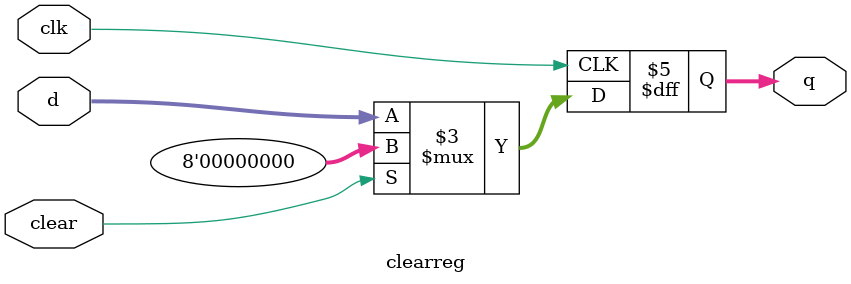
<source format=v>
module adder(input [31:0] a, b,
             output [31:0] y);
  assign y = a+b;
endmodule

// 64bit adder
module adder64(input [63:0] a,b,
		output [63:0] y);
	assign y = a+b;
endmodule



//shift module
module sl2(input [31:0] a,
           output [31:0] y);
  assign y = {a[29:0], 2'b00};
endmodule

module s25l2(input [25:0] a,
	     output [27:0] y);
  assign y = {a[23:0], 2'b00};
endmodule

//shift 16bit
module sl16(input [31:0] a,
           output [31:0] y);
  assign y = {a[15:0],16'b0};// left shift 16
endmodule

module sl2jump(input [25:0] a,
           output [27:0] y);
  assign y = {a, 2'b00};
endmodule

//extention module can choose whether sign extend or zero extend
module extend(input [15:0] a,
		input se_ze,
		output [31:0] immext);
	assign immext = se_ze? {{16{a[15]}}, a}:{16'b0,a};
endmodule


 
//sign extention module
module signext(input [15:0] a,
               output [31:0] y);
  assign y = {{16{a[15]}}, a};
endmodule

//register
module flopr #(parameter WIDTH=8)
              (input clk, reset, enable,
               input [WIDTH-1:0] d,
               output reg [WIDTH-1:0] q);
  always @(posedge clk, posedge reset) begin
    if(enable) begin
      if(reset) q <= 0;
      else      q <= d;
    end
  end
endmodule
//multiplier register
module multreg #(parameter WIDTH=64)
		(input clk, 
		input [WIDTH-1:0] a,
		output reg [WIDTH-1:0] b);
	always @(posedge clk) begin
		b <= a;
		end
endmodule 
//fetch to decode stage register
module fetchtodec #(parameter WIDTH=32)
              (input clk, reset, enable,
               input [WIDTH-1:0] d0, 
	       input [WIDTH-1:0] d1,
               output reg [WIDTH-1:0] q0,q1);
  always @(posedge clk) begin
	
    if(enable) begin
	q0 <= reset ? 32'b0 : d0;
	q1 <= reset ? 32'b0 : d1;
      /*if(reset) begin q0 <= 0; 
		      q1 <= 0; 
      end
      else begin     q0 <= d0; 
		     q1 <= d1;
      end*/
    end
  end
endmodule

//decode stage to excute stage register
module dectoexc #(parameter WIDTH=32)
              (input clk, clear,
               input [WIDTH-1:0] d0, d1, 
	       input c0, 
               input [1:0] c1, 
	       input c2, 
	       input [3:0] c3, 
	       input c4, c5, 
	       input c6, 
	       input c7, c8, c9,
	       input [4:0] rsd, rtd, rdd,
	       input [31:0] signimmd,
               output reg [WIDTH-1:0] q0,q1,
	       output reg  z0, 
	       output reg [1:0] z1,
	       output reg z2, 
	       output reg [3:0] z3, 
	       output reg z4, z5, 
	       output reg z6, 
	       output reg z7, z8,z9,
	       output reg [4:0] rse, rte,rde,
		output reg [31:0] signimme);
  always @(posedge clk) begin
	if(clear) begin 
		{q0, q1, z0, z1, z2, z3, z4, z5, z6, z7, z8, z9,
		rse, rte, signimme} <= 0;
	end
	else begin
    	q0 <= d0; 	
	q1 <= d1;
	z0 <= c0;
	z1 <= c1;
	z2 <= c2;
	z3 <= c3;
	z4 <= c4;
	z5 <= c5;
	z6 <= c6;
	z7 <= c7;
	z8 <= c8;
	z9 <= c9;
	rse <= rsd;
	rte <= rtd;
	rde <= rdd;
	signimme <= signimmd;
	end
      
  end
endmodule

// excute to memory register
module exctom #(parameter WIDTH=32)
              (input clk,
               input [WIDTH-1:0] multhi, multlo, aluoutE, writedataE, signimmE2,
		input [4:0] writeRegE,
	       input [1:0] outSelectE, 
	       input regWriteE,memtoRegE,memWriteE, 
               output reg [WIDTH-1:0] multhiM,multloM, aluoutM, writedataM, signimmM2,
	       	output reg [4:0] writeRegM,
		output reg  [1:0]outSelectM, 
	       output reg regWriteM,memtoRegM,memWriteM);
  always @(posedge clk) begin
    	multhiM <= multhi; 	
	multloM <= multlo;
	aluoutM <= aluoutE;
	writedataM <= writedataE;
	signimmM2 <= signimmE2;
	outSelectM <= outSelectE;
	regWriteM <= regWriteE;
	memtoRegM <= memtoRegE;
	memWriteM <= memWriteE;
	writeRegM <= writeRegE;
	
	end
      
 
endmodule
//mem to write register
module mtowrite #(parameter WIDTH=32)
              (input clk,
               input [WIDTH-1:0] readdataM, aluoutM2,
	       input [4:0] writeregM, 
	       input regWriteM,memtoRegM, 
               output reg [WIDTH-1:0] readdataW, aluoutW,
	       output reg  [4:0]writeregW, 
	       output reg regWriteW,memtoRegW);
  always @(posedge clk) begin
    	readdataW <= readdataM; 	
	aluoutW <= aluoutM2;
	writeregW <= writeregM;
	regWriteW <= regWriteM;
	memtoRegW <= memtoRegM;
	
	
	end
      
 
endmodule


module mux2 #(parameter WIDTH=8)
             (input [WIDTH-1:0] d0, d1,
              input s,
              output [WIDTH-1:0] y);
  assign y = s ? d1 : d0;
endmodule


module mux3 #(parameter WIDTH=8)
             (input [WIDTH-1:0] d0, d1, d2,
              input [1:0] s,
              output [WIDTH-1:0] y);
  assign y = s[1] ? d2 : (s[0] ? d1 : d0);
endmodule



module mux4 #(parameter WIDTH=8)
             (input [WIDTH-1:0] d0, d1, d2, d3,
              input [1:0] s,
              output [WIDTH-1:0] y);
  assign y = s[1] ? (s[0] ? d3: d2) : (s[0]? d1 : d0);

endmodule
//enable register
module enablereg #(parameter WIDTH=8)
                  (input clk, enable,
                   input [WIDTH-1:0] d,
                   output reg [WIDTH-1:0] q);
    always @(posedge clk) begin
      if(enable) q<=d;
    end
endmodule

//common register
module normalreg #(parameter WIDTH=8)
                  (input clk,
                   input [WIDTH-1:0] d,
                   output reg [WIDTH-1:0] q);
    always @(posedge clk) begin
      q <= d;
    end
endmodule


module clearreg #(parameter WIDTH = 8)
		(input clk, clear,
		 input [WIDTH-1:0] d,
		 output reg [WIDTH-1:0] q);

	always @(posedge clk) begin
		if(clear) q <= 0;
		else q<= d;
	end
endmodule

</source>
